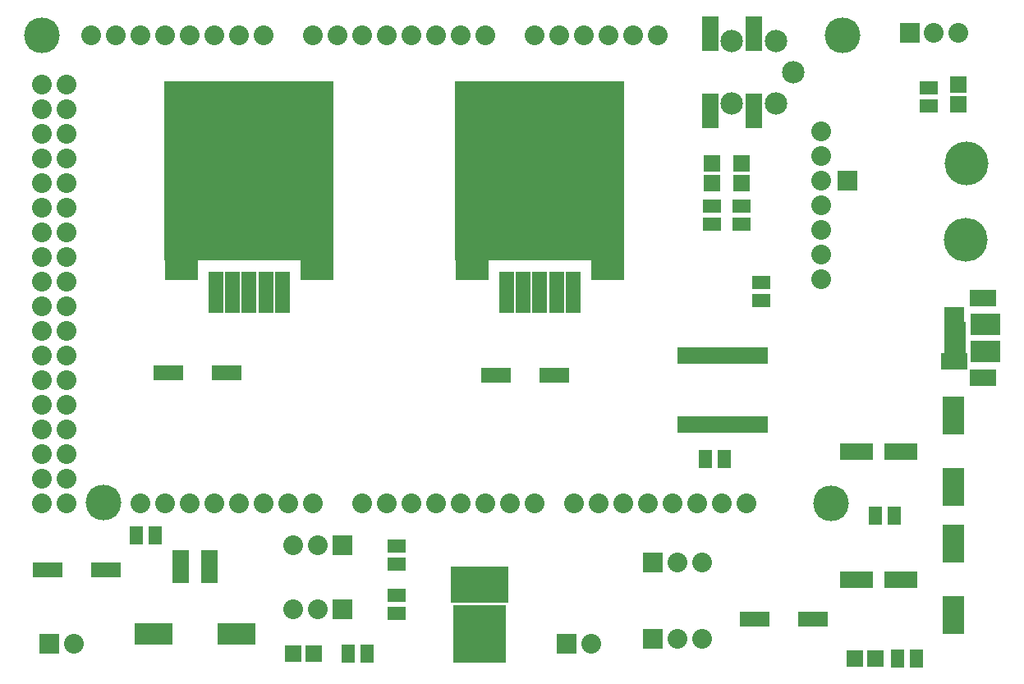
<source format=gts>
G04 (created by PCBNEW (2011-nov-30)-testing) date Thu 04 Oct 2012 01:11:44 PM EDT*
%MOIN*%
G04 Gerber Fmt 3.4, Leading zero omitted, Abs format*
%FSLAX34Y34*%
G01*
G70*
G90*
G04 APERTURE LIST*
%ADD10C,0.006*%
%ADD11R,0.08X0.08*%
%ADD12C,0.08*%
%ADD13R,0.2167X0.2365*%
%ADD14R,0.2365X0.1497*%
%ADD15R,0.135X0.07*%
%ADD16R,0.085X0.155*%
%ADD17R,0.0672X0.0672*%
%ADD18R,0.0712X0.142*%
%ADD19C,0.0909*%
%ADD20R,0.075X0.055*%
%ADD21R,0.07X0.1349*%
%ADD22R,0.155X0.085*%
%ADD23R,0.1549X0.085*%
%ADD24R,0.0594X0.1695*%
%ADD25R,0.0594X0.1696*%
%ADD26R,0.6892X0.7284*%
%ADD27R,0.1379X0.0987*%
%ADD28R,0.138X0.0987*%
%ADD29C,0.1774*%
%ADD30O,0.1774X0.1774*%
%ADD31C,0.145*%
%ADD32R,0.036X0.07*%
%ADD33R,0.055X0.075*%
%ADD34R,0.1184X0.0593*%
%ADD35R,0.0869X0.0357*%
%ADD36R,0.1106X0.0712*%
%ADD37R,0.1067X0.0712*%
%ADD38R,0.0791X0.0712*%
%ADD39R,0.1184X0.0909*%
G04 APERTURE END LIST*
G54D10*
G54D11*
X13200Y2900D03*
G54D12*
X12200Y2900D03*
X11200Y2900D03*
G54D11*
X13200Y5500D03*
G54D12*
X12200Y5500D03*
X11200Y5500D03*
G54D13*
X18757Y1900D03*
G54D14*
X18757Y3898D03*
G54D15*
X35850Y9300D03*
X34050Y9300D03*
G54D16*
X38000Y10750D03*
X38000Y7850D03*
G54D15*
X35850Y4100D03*
X34050Y4100D03*
G54D16*
X38000Y5550D03*
X38000Y2650D03*
G54D17*
X33987Y900D03*
X34813Y900D03*
X11187Y1100D03*
X12013Y1100D03*
X29400Y21013D03*
X29400Y20187D03*
X28200Y21013D03*
X28200Y20187D03*
G54D18*
X28114Y26265D03*
X28114Y23135D03*
X29886Y23135D03*
X29886Y26265D03*
G54D19*
X29000Y23420D03*
X29000Y25980D03*
X30772Y23420D03*
X30772Y25980D03*
X31500Y24700D03*
G54D11*
X36216Y26300D03*
G54D12*
X37200Y26300D03*
X38184Y26300D03*
G54D20*
X15400Y5475D03*
X15400Y4725D03*
X15400Y3475D03*
X15400Y2725D03*
G54D21*
X7789Y4627D03*
X6611Y4627D03*
G54D22*
X5508Y1900D03*
G54D23*
X8892Y1900D03*
G54D24*
X19861Y15763D03*
X20531Y15763D03*
G54D25*
X21200Y15763D03*
G54D24*
X21869Y15763D03*
X22539Y15763D03*
G54D26*
X21200Y20685D03*
G54D27*
X18445Y16748D03*
G54D28*
X23956Y16747D03*
G54D29*
X38510Y21001D03*
G54D30*
X38493Y17902D03*
G54D31*
X33012Y7185D03*
G54D12*
X32607Y16291D03*
X32608Y17292D03*
X32608Y18292D03*
X32608Y19292D03*
X32608Y20292D03*
X32608Y21292D03*
X32608Y22292D03*
G54D31*
X1000Y26201D03*
X33499Y26212D03*
X3500Y7215D03*
G54D12*
X12000Y7209D03*
X11000Y7209D03*
X10000Y7209D03*
X9000Y7209D03*
X8000Y7209D03*
X7000Y7209D03*
X6000Y7209D03*
X5000Y7209D03*
X3000Y26209D03*
X4000Y26209D03*
X5000Y26209D03*
X6000Y26209D03*
X10000Y26209D03*
X12000Y26209D03*
X13000Y26209D03*
X9000Y26209D03*
X8000Y26209D03*
X7000Y26209D03*
X14000Y26209D03*
X15000Y26209D03*
X16000Y26209D03*
X19000Y26209D03*
X18000Y26209D03*
X17000Y26209D03*
X21000Y26210D03*
X22000Y26209D03*
X23000Y26209D03*
X25000Y26209D03*
X26000Y26209D03*
X14000Y7209D03*
X15000Y7209D03*
X16000Y7209D03*
X17000Y7209D03*
X18000Y7209D03*
X19000Y7209D03*
X20000Y7209D03*
X21000Y7209D03*
X22600Y7209D03*
X23600Y7209D03*
X24600Y7209D03*
X25600Y7209D03*
X26600Y7209D03*
X27600Y7209D03*
X28600Y7209D03*
X29600Y7209D03*
X24000Y26209D03*
X2000Y8209D03*
X1000Y8209D03*
X2000Y9209D03*
X1000Y9209D03*
X2000Y10209D03*
X1000Y10209D03*
X2000Y11209D03*
X1000Y11209D03*
X2000Y7209D03*
X1000Y7209D03*
X1000Y12209D03*
X2000Y12209D03*
X2000Y13209D03*
X1000Y13209D03*
X2000Y14209D03*
X1000Y14209D03*
X2000Y15209D03*
X1000Y15209D03*
X2000Y16209D03*
X1000Y16209D03*
X2000Y17209D03*
X1000Y17209D03*
X2000Y18209D03*
X1000Y18209D03*
X2000Y19209D03*
X1000Y19209D03*
X2000Y20209D03*
X1000Y20209D03*
X2000Y21209D03*
X1000Y21209D03*
X2000Y22209D03*
X1000Y22209D03*
X2000Y23209D03*
X1000Y23209D03*
X2000Y24209D03*
X1000Y24209D03*
G54D11*
X22300Y1500D03*
G54D12*
X23300Y1500D03*
G54D32*
X26950Y10400D03*
X27200Y10400D03*
X27460Y10400D03*
X27720Y10400D03*
X27970Y10400D03*
X28230Y10400D03*
X28490Y10400D03*
X28740Y10400D03*
X29000Y10400D03*
X29250Y10400D03*
X29510Y10400D03*
X29770Y10400D03*
X30020Y10400D03*
X30280Y10400D03*
X30280Y13200D03*
X30020Y13200D03*
X29780Y13200D03*
X29510Y13200D03*
X29250Y13200D03*
X29000Y13200D03*
X28740Y13200D03*
X28490Y13200D03*
X28230Y13200D03*
X27970Y13200D03*
X27720Y13200D03*
X27460Y13200D03*
X27200Y13200D03*
X26950Y13200D03*
G54D11*
X1300Y1500D03*
G54D12*
X2300Y1500D03*
G54D11*
X25800Y4800D03*
G54D12*
X26800Y4800D03*
X27800Y4800D03*
G54D11*
X25800Y1700D03*
G54D12*
X26800Y1700D03*
X27800Y1700D03*
G54D33*
X5575Y5900D03*
X4825Y5900D03*
G54D20*
X30200Y15425D03*
X30200Y16175D03*
G54D33*
X27925Y9000D03*
X28675Y9000D03*
X34825Y6700D03*
X35575Y6700D03*
G54D24*
X8061Y15763D03*
X8731Y15763D03*
G54D25*
X9400Y15763D03*
G54D24*
X10069Y15763D03*
X10739Y15763D03*
G54D26*
X9400Y20685D03*
G54D27*
X6645Y16748D03*
G54D28*
X12156Y16747D03*
G54D34*
X32279Y2500D03*
X29920Y2500D03*
X8479Y12500D03*
X6120Y12500D03*
X21779Y12400D03*
X19420Y12400D03*
X3579Y4500D03*
X1220Y4500D03*
G54D11*
X33700Y20300D03*
G54D20*
X28200Y19275D03*
X28200Y18525D03*
X29400Y19275D03*
X29400Y18525D03*
G54D33*
X35725Y900D03*
X36475Y900D03*
G54D20*
X37000Y23325D03*
X37000Y24075D03*
G54D33*
X13425Y1100D03*
X14175Y1100D03*
G54D17*
X38200Y24213D03*
X38200Y23387D03*
G54D35*
X38058Y13900D03*
X38058Y13644D03*
X38058Y14412D03*
G54D36*
X39200Y12286D03*
G54D37*
X38019Y12955D03*
G54D36*
X39200Y15514D03*
G54D38*
X38019Y14845D03*
G54D35*
X38058Y14156D03*
G54D39*
X39279Y13349D03*
X39279Y14451D03*
G54D35*
X38058Y13388D03*
M02*

</source>
